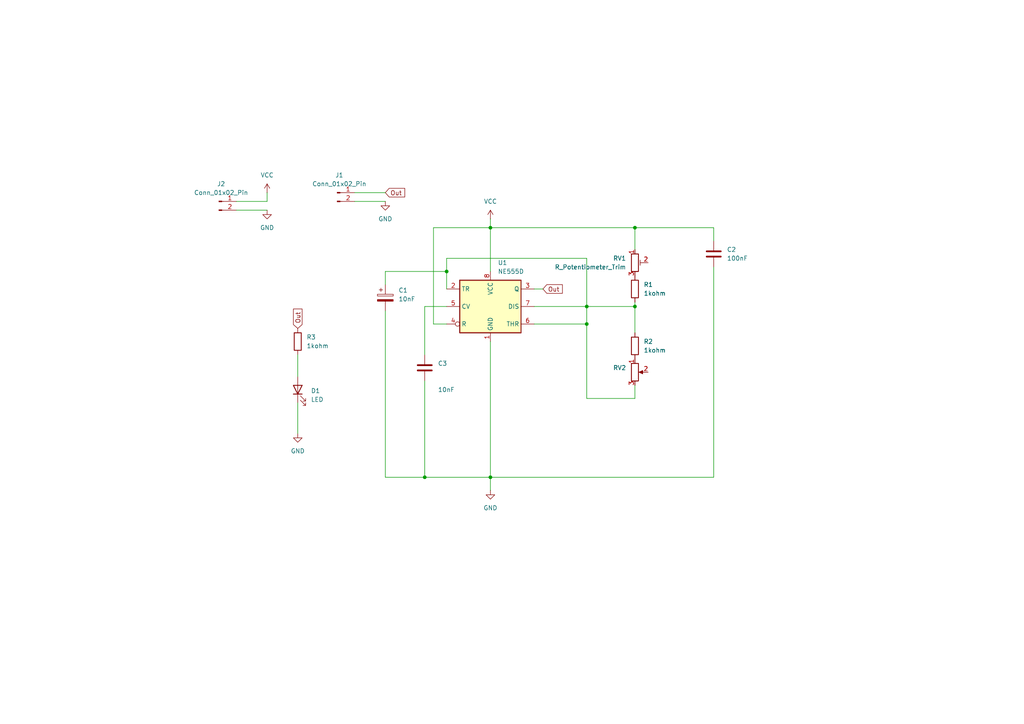
<source format=kicad_sch>
(kicad_sch (version 20250114) (generator "eeschema") (generator_version "9.0")
  (paper "A4")
  (lib_symbols
    (symbol "Connector:Conn_01x02_Pin" (pin_names (offset 1.016) (hide yes))
      (property "Reference" "J" (at 0 2.54 0))
      (property "Value" "Conn_01x02_Pin" (at 0 -5.08 0))
      (symbol "Conn_01x02_Pin_1_1"
        (rectangle (start 0.8636 0.127) (end 0 -0.127) (stroke (width 0.1524)) (fill (type outline)))
        (rectangle (start 0.8636 -2.413) (end 0 -2.667) (stroke (width 0.1524)) (fill (type outline)))
        (polyline (pts (xy 1.27 0) (xy 0.8636 0)) (stroke (width 0.1524)))
        (polyline (pts (xy 1.27 -2.54) (xy 0.8636 -2.54)) (stroke (width 0.1524)))
        (pin passive line (at 5.08 0 180) (length 3.81) (name "Pin_1") (number "1"))
        (pin passive line (at 5.08 -2.54 180) (length 3.81) (name "Pin_2") (number "2"))
      )
    )
    (symbol "Device:C" (pin_numbers (hide yes)) (pin_names (offset 0.254))
      (property "Reference" "C" (at 0.635 2.54 0))
      (property "Value" "C" (at 0.635 -2.54 0))
      (symbol "C_0_1"
        (polyline (pts (xy -2.032 0.762) (xy 2.032 0.762)) (stroke (width 0.508)))
        (polyline (pts (xy -2.032 -0.762) (xy 2.032 -0.762)) (stroke (width 0.508)))
      )
      (symbol "C_1_1"
        (pin passive line (at 0 3.81 270) (length 2.794) (name "~") (number "1"))
        (pin passive line (at 0 -3.81 90) (length 2.794) (name "~") (number "2"))
      )
    )
    (symbol "Device:C_Polarized" (pin_numbers (hide yes)) (pin_names (offset 0.254))
      (property "Reference" "C" (at 0.635 2.54 0))
      (property "Value" "C_Polarized" (at 0.635 -2.54 0))
      (symbol "C_Polarized_0_1"
        (rectangle (start -2.286 0.508) (end 2.286 1.016))
        (polyline (pts (xy -1.778 2.286) (xy -0.762 2.286)))
        (polyline (pts (xy -1.27 2.794) (xy -1.27 1.778)))
        (rectangle (start 2.286 -0.508) (end -2.286 -1.016) (fill (type outline)))
      )
      (symbol "C_Polarized_1_1"
        (pin passive line (at 0 3.81 270) (length 2.794) (name "~") (number "1"))
        (pin passive line (at 0 -3.81 90) (length 2.794) (name "~") (number "2"))
      )
    )
    (symbol "Device:LED" (pin_numbers (hide yes)) (pin_names (offset 1.016) (hide yes))
      (property "Reference" "D" (at 0 2.54 0))
      (property "Value" "LED" (at 0 -2.54 0))
      (symbol "LED_0_1"
        (polyline (pts (xy -3.048 -0.762) (xy -4.572 -2.286) (xy -3.81 -2.286) (xy -4.572 -2.286) (xy -4.572 -1.524)))
        (polyline (pts (xy -1.778 -0.762) (xy -3.302 -2.286) (xy -2.54 -2.286) (xy -3.302 -2.286) (xy -3.302 -1.524)))
        (polyline (pts (xy -1.27 0) (xy 1.27 0)))
        (polyline (pts (xy -1.27 -1.27) (xy -1.27 1.27)) (stroke (width 0.254)))
        (polyline (pts (xy 1.27 -1.27) (xy 1.27 1.27) (xy -1.27 0) (xy 1.27 -1.27)) (stroke (width 0.254)))
      )
      (symbol "LED_1_1"
        (pin passive line (at -3.81 0 0) (length 2.54) (name "K") (number "1"))
        (pin passive line (at 3.81 0 180) (length 2.54) (name "A") (number "2"))
      )
    )
    (symbol "Device:R" (pin_numbers (hide yes)) (pin_names (offset 0))
      (property "Reference" "R" (at 2.032 0 90))
      (property "Value" "R" (at 0 0 90))
      (symbol "R_0_1"
        (rectangle (start -1.016 -2.54) (end 1.016 2.54) (stroke (width 0.254)))
      )
      (symbol "R_1_1"
        (pin passive line (at 0 3.81 270) (length 1.27) (name "~") (number "1"))
        (pin passive line (at 0 -3.81 90) (length 1.27) (name "~") (number "2"))
      )
    )
    (symbol "Device:R_Potentiometer" (pin_names (offset 1.016) (hide yes))
      (property "Reference" "RV" (at -4.445 0 90))
      (property "Value" "R_Potentiometer" (at -2.54 0 90))
      (symbol "R_Potentiometer_0_1"
        (rectangle (start 1.016 2.54) (end -1.016 -2.54) (stroke (width 0.254)))
        (polyline (pts (xy 1.143 0) (xy 2.286 0.508) (xy 2.286 -0.508) (xy 1.143 0)) (fill (type outline)))
        (polyline (pts (xy 2.54 0) (xy 1.524 0)))
      )
      (symbol "R_Potentiometer_1_1"
        (pin passive line (at 0 3.81 270) (length 1.27) (name "1") (number "1"))
        (pin passive line (at 0 -3.81 90) (length 1.27) (name "3") (number "3"))
        (pin passive line (at 3.81 0 180) (length 1.27) (name "2") (number "2"))
      )
    )
    (symbol "Device:R_Potentiometer_Trim" (pin_names (offset 1.016) (hide yes))
      (property "Reference" "RV" (at -4.445 0 90))
      (property "Value" "R_Potentiometer_Trim" (at -2.54 0 90))
      (symbol "R_Potentiometer_Trim_0_1"
        (rectangle (start 1.016 2.54) (end -1.016 -2.54) (stroke (width 0.254)))
        (polyline (pts (xy 1.524 0.762) (xy 1.524 -0.762)))
        (polyline (pts (xy 2.54 0) (xy 1.524 0)))
      )
      (symbol "R_Potentiometer_Trim_1_1"
        (pin passive line (at 0 3.81 270) (length 1.27) (name "1") (number "1"))
        (pin passive line (at 0 -3.81 90) (length 1.27) (name "3") (number "3"))
        (pin passive line (at 3.81 0 180) (length 1.27) (name "2") (number "2"))
      )
    )
    (symbol "Timer:NE555D"
      (property "Reference" "U" (at -10.16 8.89 0))
      (property "Value" "NE555D" (at 2.54 8.89 0))
      (symbol "NE555D_0_0"
        (pin power_in line (at 0 10.16 270) (length 2.54) (name "VCC") (number "8"))
        (pin power_in line (at 0 -10.16 90) (length 2.54) (name "GND") (number "1"))
      )
      (symbol "NE555D_0_1"
        (rectangle (start -8.89 -7.62) (end 8.89 7.62) (stroke (width 0.254)) (fill (type background)))
        (rectangle (start -8.89 -7.62) (end 8.89 7.62) (stroke (width 0.254)) (fill (type background)))
      )
      (symbol "NE555D_1_1"
        (pin input line (at -12.7 5.08 0) (length 3.81) (name "TR") (number "2"))
        (pin input line (at -12.7 0 0) (length 3.81) (name "CV") (number "5"))
        (pin input inverted (at -12.7 -5.08 0) (length 3.81) (name "R") (number "4"))
        (pin output line (at 12.7 5.08 180) (length 3.81) (name "Q") (number "3"))
        (pin input line (at 12.7 0 180) (length 3.81) (name "DIS") (number "7"))
        (pin input line (at 12.7 -5.08 180) (length 3.81) (name "THR") (number "6"))
      )
    )
    (symbol "power:GND" (power) (pin_numbers (hide yes)) (pin_names (offset 0) (hide yes))
      (property "Value" "GND" (at 0 -3.81 0))
      (symbol "GND_0_1"
        (polyline (pts (xy 0 0) (xy 0 -1.27) (xy 1.27 -1.27) (xy 0 -2.54) (xy -1.27 -1.27) (xy 0 -1.27)))
      )
      (symbol "GND_1_1"
        (pin power_in line (at 0 0 270) (length 0) (name "~") (number "1"))
      )
    )
    (symbol "power:VCC" (power) (pin_numbers (hide yes)) (pin_names (offset 0) (hide yes))
      (property "Value" "VCC" (at 0 3.556 0))
      (symbol "VCC_0_1"
        (polyline (pts (xy -0.762 1.27) (xy 0 2.54)))
        (polyline (pts (xy 0 2.54) (xy 0.762 1.27)))
        (polyline (pts (xy 0 0) (xy 0 2.54)))
      )
      (symbol "VCC_1_1"
        (pin power_in line (at 0 0 90) (length 0) (name "~") (number "1"))
      )
    )
  )
  (junction (at 129.54 78.74))
  (junction (at 142.24 138.43))
  (junction (at 184.15 88.9))
  (junction (at 123.19 138.43))
  (junction (at 170.18 88.9))
  (junction (at 170.18 93.98))
  (junction (at 184.15 66.04))
  (junction (at 142.24 66.04))
  (wire (pts (xy 111.76 90.17) (xy 111.76 138.43)))
  (wire (pts (xy 142.24 63.5) (xy 142.24 66.04)))
  (wire (pts (xy 154.94 93.98) (xy 170.18 93.98)))
  (wire (pts (xy 184.15 111.76) (xy 184.15 115.57)))
  (wire (pts (xy 111.76 82.55) (xy 111.76 78.74)))
  (wire (pts (xy 102.87 58.42) (xy 111.76 58.42)))
  (wire (pts (xy 123.19 88.9) (xy 129.54 88.9)))
  (wire (pts (xy 125.73 93.98) (xy 125.73 66.04)))
  (wire (pts (xy 68.58 60.96) (xy 77.47 60.96)))
  (wire (pts (xy 123.19 138.43) (xy 142.24 138.43)))
  (wire (pts (xy 184.15 115.57) (xy 170.18 115.57)))
  (wire (pts (xy 170.18 88.9) (xy 184.15 88.9)))
  (wire (pts (xy 111.76 78.74) (xy 129.54 78.74)))
  (wire (pts (xy 184.15 87.63) (xy 184.15 88.9)))
  (wire (pts (xy 129.54 83.82) (xy 129.54 78.74)))
  (wire (pts (xy 86.36 116.84) (xy 86.36 125.73)))
  (wire (pts (xy 86.36 102.87) (xy 86.36 109.22)))
  (wire (pts (xy 154.94 83.82) (xy 157.48 83.82)))
  (wire (pts (xy 184.15 66.04) (xy 207.01 66.04)))
  (wire (pts (xy 77.47 55.88) (xy 77.47 58.42)))
  (wire (pts (xy 170.18 115.57) (xy 170.18 93.98)))
  (wire (pts (xy 102.87 55.88) (xy 111.76 55.88)))
  (wire (pts (xy 207.01 69.85) (xy 207.01 66.04)))
  (wire (pts (xy 142.24 138.43) (xy 207.01 138.43)))
  (wire (pts (xy 154.94 88.9) (xy 170.18 88.9)))
  (wire (pts (xy 125.73 66.04) (xy 142.24 66.04)))
  (wire (pts (xy 142.24 66.04) (xy 184.15 66.04)))
  (wire (pts (xy 142.24 66.04) (xy 142.24 78.74)))
  (wire (pts (xy 170.18 93.98) (xy 170.18 88.9)))
  (wire (pts (xy 207.01 77.47) (xy 207.01 138.43)))
  (wire (pts (xy 129.54 93.98) (xy 125.73 93.98)))
  (wire (pts (xy 170.18 74.93) (xy 129.54 74.93)))
  (wire (pts (xy 68.58 58.42) (xy 77.47 58.42)))
  (wire (pts (xy 123.19 110.49) (xy 123.19 138.43)))
  (wire (pts (xy 123.19 102.87) (xy 123.19 88.9)))
  (wire (pts (xy 170.18 88.9) (xy 170.18 74.93)))
  (wire (pts (xy 184.15 88.9) (xy 184.15 96.52)))
  (wire (pts (xy 111.76 138.43) (xy 123.19 138.43)))
  (wire (pts (xy 142.24 138.43) (xy 142.24 142.24)))
  (wire (pts (xy 129.54 74.93) (xy 129.54 78.74)))
  (wire (pts (xy 184.15 66.04) (xy 184.15 72.39)))
  (wire (pts (xy 142.24 99.06) (xy 142.24 138.43)))
  (global_label "Out" (shape input) (at 157.48 83.82 0) (property "Intersheetrefs" "${INTERSHEET_REFS}" (effects (hide yes))))
  (global_label "Out" (shape input) (at 111.76 55.88 0) (property "Intersheetrefs" "${INTERSHEET_REFS}" (effects (hide yes))))
  (global_label "Out" (shape input) (at 86.36 95.25 90) (property "Intersheetrefs" "${INTERSHEET_REFS}" (effects (hide yes))))
  (symbol (lib_id "Device:R") (at 184.15 83.82 0) (unit 1)
    (property "Reference" "R1" (at 186.69 82.5499 0) (effects (justify left)))
    (property "Value" "1kohm" (at 186.69 85.0899 0) (effects (justify left)))
    (property "Footprint" "Resistor_THT:R_Axial_DIN0207_L6.3mm_D2.5mm_P7.62mm_Horizontal" (effects (hide yes)))
    (property "Description" "Resistor" (effects (hide yes)))
  )
  (symbol (lib_id "Device:LED") (at 86.36 113.03 90) (unit 1)
    (property "Reference" "D1" (at 90.17 113.3474 90) (effects (justify right)))
    (property "Value" "LED" (at 90.17 115.8874 90) (effects (justify right)))
    (property "Footprint" "LED_THT:LED_D5.0mm" (effects (hide yes)))
    (property "Description" "Light emitting diode" (effects (hide yes)))
    (property "Sim.Pins" "1=K 2=A" (effects (hide yes)))
  )
  (symbol (lib_id "Device:C_Polarized") (at 111.76 86.36 0) (unit 1)
    (property "Reference" "C1" (at 115.57 84.2009 0) (effects (justify left)))
    (property "Value" "10nF" (at 115.57 86.7409 0) (effects (justify left)))
    (property "Footprint" "Capacitor_THT:CP_Radial_D5.0mm_P2.50mm" (effects (hide yes)))
    (property "Description" "Polarized capacitor" (effects (hide yes)))
  )
  (symbol (lib_id "power:VCC") (at 142.24 63.5 0) (unit 1)
    (property "Reference" "#PWR02" (effects (hide yes)))
    (property "Value" "VCC" (at 142.24 58.42 0))
    (property "Description" "Power symbol creates a global label with name \"VCC\"" (effects (hide yes)))
  )
  (symbol (lib_id "Device:R_Potentiometer_Trim") (at 184.15 76.2 0) (unit 1)
    (property "Reference" "RV1" (at 181.61 74.9299 0) (effects (justify right)))
    (property "Value" "R_Potentiometer_Trim" (at 181.61 77.4699 0) (effects (justify right)))
    (property "Footprint" "Potentiometer_THT:Potentiometer_Bourns_3296W_Vertical" (effects (hide yes)))
    (property "Description" "Trim-potentiometer" (effects (hide yes)))
  )
  (symbol (lib_id "Device:R") (at 86.36 99.06 0) (unit 1)
    (property "Reference" "R3" (at 88.9 97.7899 0) (effects (justify left)))
    (property "Value" "1kohm" (at 88.9 100.3299 0) (effects (justify left)))
    (property "Footprint" "Resistor_THT:R_Axial_DIN0207_L6.3mm_D2.5mm_P7.62mm_Horizontal" (effects (hide yes)))
    (property "Description" "Resistor" (effects (hide yes)))
  )
  (symbol (lib_id "power:VCC") (at 77.47 55.88 0) (unit 1)
    (property "Reference" "#PWR03" (effects (hide yes)))
    (property "Value" "VCC" (at 77.47 50.8 0))
    (property "Description" "Power symbol creates a global label with name \"VCC\"" (effects (hide yes)))
  )
  (symbol (lib_id "Timer:NE555D") (at 142.24 88.9 0) (unit 1)
    (property "Reference" "U1" (at 144.3833 76.2 0) (effects (justify left)))
    (property "Value" "NE555D" (at 144.3833 78.74 0) (effects (justify left)))
    (property "Footprint" "Package_DIP:DIP-8_W7.62mm" (effects (hide yes)))
    (property "Datasheet" "http://www.ti.com/lit/ds/symlink/ne555.pdf" (effects (hide yes)))
    (property "Description" "Precision Timers, 555 compatible, SOIC-8" (effects (hide yes)))
  )
  (symbol (lib_id "Device:C") (at 207.01 73.66 0) (unit 1)
    (property "Reference" "C2" (at 210.82 72.3899 0) (effects (justify left)))
    (property "Value" "100nF" (at 210.82 74.9299 0) (effects (justify left)))
    (property "Footprint" "Capacitor_THT:C_Disc_D3.0mm_W2.0mm_P2.50mm" (effects (hide yes)))
    (property "Description" "Unpolarized capacitor" (effects (hide yes)))
  )
  (symbol (lib_id "power:GND") (at 142.24 142.24 0) (unit 1)
    (property "Reference" "#PWR01" (effects (hide yes)))
    (property "Value" "GND" (at 142.24 147.32 0))
    (property "Description" "Power symbol creates a global label with name \"GND\" , ground" (effects (hide yes)))
  )
  (symbol (lib_id "Device:R") (at 184.15 100.33 0) (unit 1)
    (property "Reference" "R2" (at 186.69 99.0599 0) (effects (justify left)))
    (property "Value" "1kohm" (at 186.69 101.5999 0) (effects (justify left)))
    (property "Footprint" "Resistor_THT:R_Axial_DIN0207_L6.3mm_D2.5mm_P7.62mm_Horizontal" (effects (hide yes)))
    (property "Description" "Resistor" (effects (hide yes)))
  )
  (symbol (lib_id "Device:R_Potentiometer") (at 184.15 107.95 0) (unit 1)
    (property "Reference" "RV2" (at 181.61 106.6799 0) (effects (justify right)))
    (property "Value" "R_Potentiometer" (effects (hide yes)))
    (property "Footprint" "Potentiometer_THT:Potentiometer_Alpha_RD901F-40-00D_Single_Vertical" (effects (hide yes)))
    (property "Description" "Potentiometer" (effects (hide yes)))
  )
  (symbol (lib_id "power:GND") (at 111.76 58.42 0) (unit 1)
    (property "Reference" "#PWR06" (effects (hide yes)))
    (property "Value" "GND" (at 111.76 63.5 0))
    (property "Description" "Power symbol creates a global label with name \"GND\" , ground" (effects (hide yes)))
  )
  (symbol (lib_id "Connector:Conn_01x02_Pin") (at 63.5 58.42 0) (unit 1)
    (property "Reference" "J2" (at 64.135 53.34 0))
    (property "Value" "Conn_01x02_Pin" (at 64.135 55.88 0))
    (property "Footprint" "Connector_PinHeader_2.54mm:PinHeader_1x02_P2.54mm_Vertical" (effects (hide yes)))
    (property "Description" "Generic connector, single row, 01x02, script generated" (effects (hide yes)))
  )
  (symbol (lib_id "Device:C") (at 123.19 106.68 0) (unit 1)
    (property "Reference" "C3" (at 127 105.4099 0) (effects (justify left)))
    (property "Value" "10nF" (at 127 113.0299 0) (effects (justify left)))
    (property "Footprint" "Capacitor_THT:C_Disc_D3.0mm_W2.0mm_P2.50mm" (effects (hide yes)))
    (property "Description" "Unpolarized capacitor" (effects (hide yes)))
  )
  (symbol (lib_id "power:GND") (at 86.36 125.73 0) (unit 1)
    (property "Reference" "#PWR05" (effects (hide yes)))
    (property "Value" "GND" (at 86.36 130.81 0))
    (property "Description" "Power symbol creates a global label with name \"GND\" , ground" (effects (hide yes)))
  )
  (symbol (lib_id "Connector:Conn_01x02_Pin") (at 97.79 55.88 0) (unit 1)
    (property "Reference" "J1" (at 98.425 50.8 0))
    (property "Value" "Conn_01x02_Pin" (at 98.425 53.34 0))
    (property "Footprint" "Connector_PinHeader_2.54mm:PinHeader_1x02_P2.54mm_Vertical" (effects (hide yes)))
    (property "Description" "Generic connector, single row, 01x02, script generated" (effects (hide yes)))
  )
  (symbol (lib_id "power:GND") (at 77.47 60.96 0) (unit 1)
    (property "Reference" "#PWR04" (effects (hide yes)))
    (property "Value" "GND" (at 77.47 66.04 0))
    (property "Description" "Power symbol creates a global label with name \"GND\" , ground" (effects (hide yes)))
  )
)
</source>
